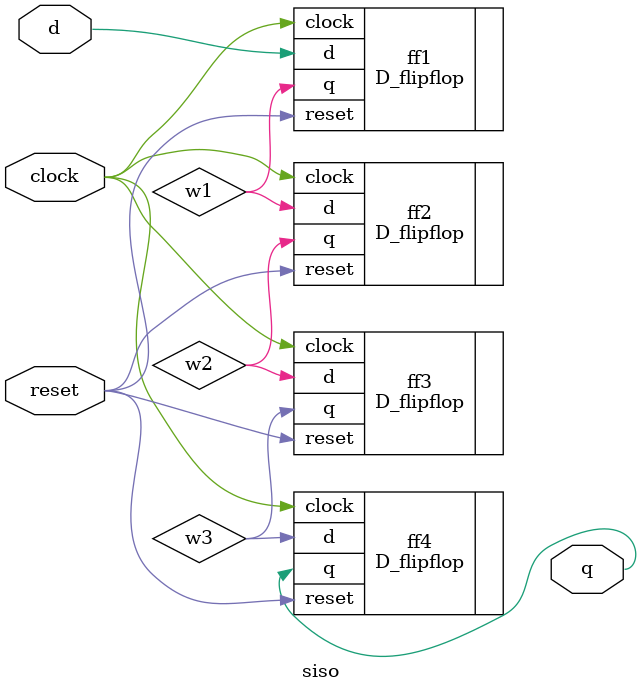
<source format=v>
module siso(reset,q,d,clock);

input reset;
input d;
input clock;

wire w1;
wire w2;
wire w3;

output q;

D_flipflop ff1(.reset(reset),.d(d),.clock(clock),.q(w1));

D_flipflop ff2(.reset(reset),.d(w1),.clock(clock),.q(w2));

D_flipflop ff3(.reset(reset),.d(w2),.clock(clock),.q(w3));

D_flipflop ff4(.reset(reset),.d(w3),.clock(clock),.q(q));
 
	  
endmodule

</source>
